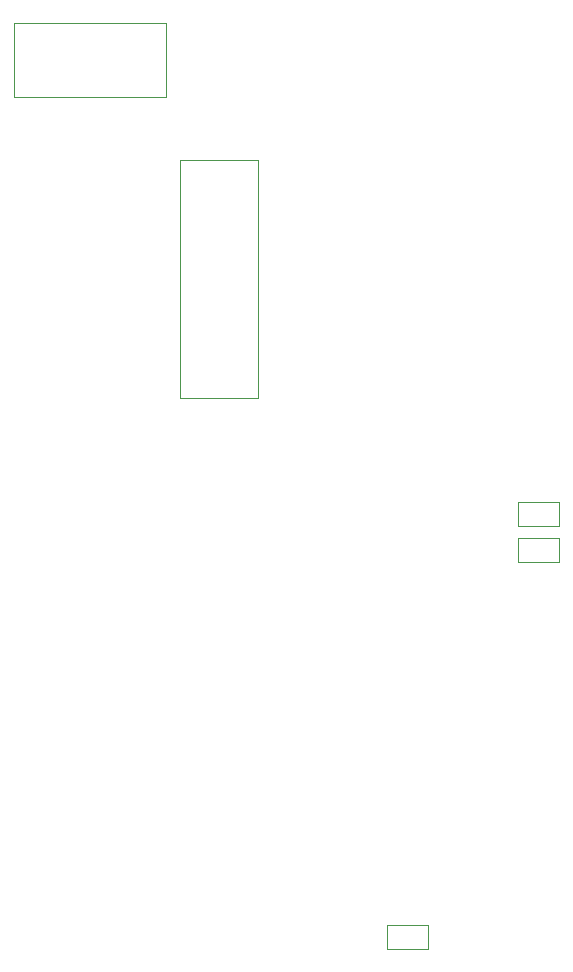
<source format=gbr>
%TF.GenerationSoftware,Altium Limited,Altium Designer,20.0.11 (256)*%
G04 Layer_Color=0*
%FSLAX26Y26*%
%MOIN*%
%TF.FileFunction,Other,Bottom_Component_Outline*%
%TF.Part,Single*%
G01*
G75*
%TA.AperFunction,NonConductor*%
%ADD162C,0.001968*%
D162*
X1068604Y2999604D02*
Y3245667D01*
X560730D02*
X1068604D01*
X560730Y2999604D02*
X1068604D01*
X560730D02*
Y3245667D01*
X2378307Y1571220D02*
Y1648780D01*
X2241693D02*
X2378307D01*
X2241693Y1571220D02*
X2378307D01*
X2241693D02*
Y1648780D01*
X1942307Y161220D02*
Y238780D01*
X1805693D02*
X1942307D01*
X1805693Y161220D02*
Y238780D01*
Y161220D02*
X1942307D01*
X1375000Y1996417D02*
Y2789724D01*
X1115158D02*
X1375000D01*
X1115158Y1996417D02*
X1375000D01*
X1115158D02*
Y2789724D01*
X2378307Y1451220D02*
Y1528780D01*
X2241693D02*
X2378307D01*
X2241693Y1451220D02*
Y1528780D01*
Y1451220D02*
X2378307D01*
%TF.MD5,956d910b3ee1c64083b426573fd577c3*%
M02*

</source>
